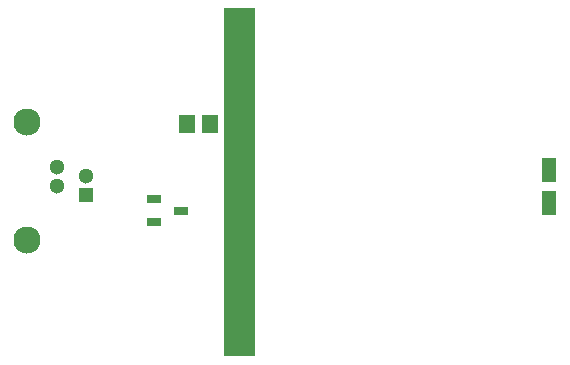
<source format=gbs>
G04*
G04 #@! TF.GenerationSoftware,Altium Limited,Altium Designer,19.1.7 (138)*
G04*
G04 Layer_Color=16711935*
%FSLAX44Y44*%
%MOMM*%
G71*
G01*
G75*
%ADD10R,1.3000X2.1000*%
%ADD11R,1.2500X0.7000*%
%ADD12R,1.4000X1.6000*%
%ADD13C,2.3000*%
%ADD14R,1.3000X1.3000*%
%ADD15C,1.3000*%
G36*
X1240466Y1002590D02*
X1266466D01*
X1266466Y1297410D01*
X1240465D01*
X1240466Y1002590D01*
D02*
G37*
D10*
X1515466Y1132000D02*
D03*
Y1160000D02*
D03*
D11*
X1181216Y1135500D02*
D03*
Y1116500D02*
D03*
X1203716Y1126000D02*
D03*
D12*
X1208966Y1199000D02*
D03*
X1227965D02*
D03*
D13*
X1073465Y1201000D02*
D03*
Y1101000D02*
D03*
D14*
X1123465Y1139000D02*
D03*
D15*
X1098465Y1147000D02*
D03*
X1123465Y1155000D02*
D03*
X1098465Y1163000D02*
D03*
M02*

</source>
